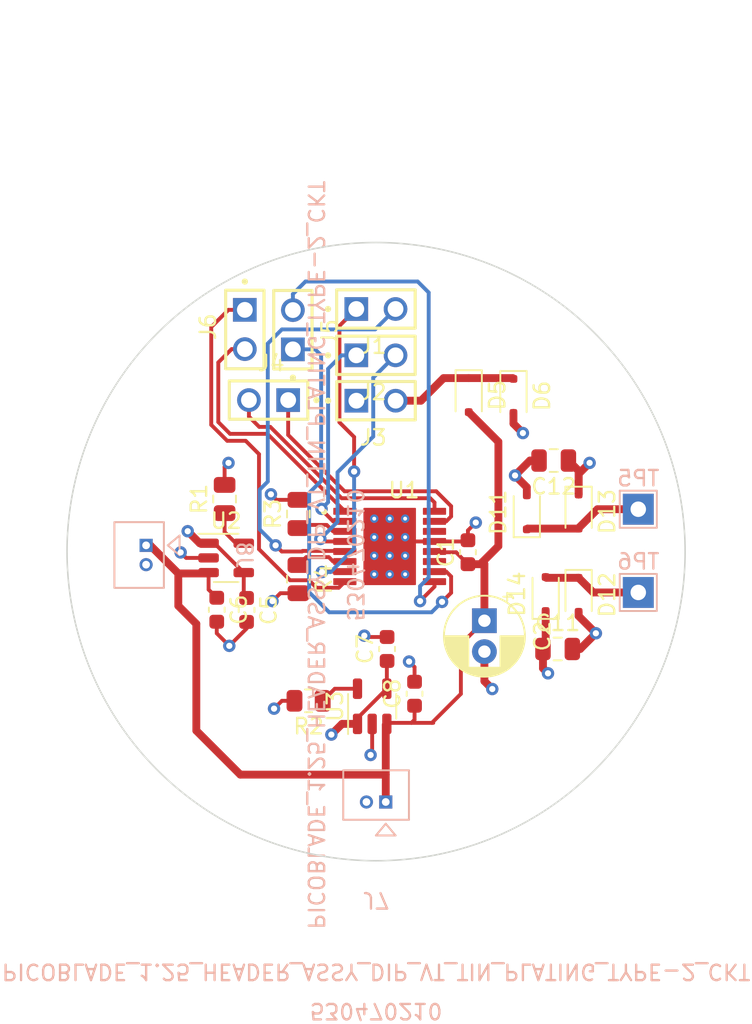
<source format=kicad_pcb>
(kicad_pcb (version 20221018) (generator pcbnew)
  (layers (0 "F.Cu" signal) (1 "In1.Cu" signal) (2 "In2.Cu" signal) (31 "B.Cu" signal) (34 "B.Paste" user) (35 "F.Paste" user) (36 "B.SilkS" user "B.Silkscreen") (37 "F.SilkS" user "F.Silkscreen") (38 "B.Mask" user) (39 "F.Mask" user) (44 "Edge.Cuts" user))
  (net 0 "")
  (net 1 "GND")
  (net 2 "+BATT")
  (net 3 "MOTOR1_AIN2")
  (net 4 "MOTOR1_AIN1")
  (net 5 "MOTOR2_BIN2")
  (net 6 "MOTOR2_BIN1")
  (net 9 "VCC")
  (net 10 "Net-(D11-K)")
  (net 11 "Net-(D12-K)")
  (net 12 "Net-(U1-BOUT1)")
  (net 13 "Net-(U1-BOUT2)")
  (net 14 "Net-(U1-AOUT1)")
  (net 15 "Net-(U1-AOUT2)")
  (net 16 "DRV_FAULT")
  (net 17 "DRV_SLEEP")
  (net 18 "VDC")
  (net 19 "Net-(U2-PROG)")
  (net 20 "Net-(U3-PROG)")
  (net 21 "Net-(U1-AISEN)")
  (net 22 "Net-(U1-BISEN)")
  (footprint "Capacitor_THT:CP_Radial_D5.0mm_P2.00mm" (layer "F.Cu") (at 149.2504 80.7212 -90)
    (fp_text reference "C2" (at 1 -3.75 -90) (layer "F.SilkS"))
    (fp_text value "10uF")
    (pad "1" thru_hole rect (at 0 0 270) (size 1.6 1.6) (drill 0.8) (layers "*.Cu" "*.Mask") (net 2 "+BATT"))
    (pad "2" thru_hole circle (at 2 0 270) (size 1.6 1.6) (drill 0.8) (layers "*.Cu" "*.Mask") (net 1 "GND"))
  )
  (footprint "Package_TO_SOT_SMD:SOT-23-5" (layer "F.Cu") (at 132.5372 76.6572)
    (fp_text reference "U2" (at 0 -2.4) (layer "F.SilkS"))
    (fp_text value "MCP73812T-420I-OT")
    (pad "1" smd roundrect (at -1.1375 -0.95) (size 1.325 0.6) (layers "F.Cu" "F.Paste" "F.Mask") (net 9 "VCC"))
    (pad "2" smd roundrect (at -1.1375 0) (size 1.325 0.6) (layers "F.Cu" "F.Paste" "F.Mask") (net 1 "GND"))
    (pad "3" smd roundrect (at -1.1375 0.95) (size 1.325 0.6) (layers "F.Cu" "F.Paste" "F.Mask") (net 2 "+BATT"))
    (pad "4" smd roundrect (at 1.1375 0.95) (size 1.325 0.6) (layers "F.Cu" "F.Paste" "F.Mask") (net 9 "VCC"))
    (pad "5" smd roundrect (at 1.1375 -0.95) (size 1.325 0.6) (layers "F.Cu" "F.Paste" "F.Mask") (net 19 "Net-(U2-PROG)"))
  )
  (footprint "HMTSW-102-X-X-S-X:SAMTEC_HMTSW-102-X-X-S-X" (layer "F.Cu") (at 142.2285 60.5536 180)
    (fp_text reference "J1" (at 0.175 -2.385) (layer "F.SilkS"))
    (fp_text value "HMTSW-102-X-X-S-X")
    (pad "01" thru_hole rect (at 1.27 0 180) (size 1.53 1.53) (drill 1.02) (layers "*.Cu" "*.Mask") (net 12 "Net-(U1-BOUT1)"))
    (pad "02" thru_hole circle (at -1.27 0 180) (size 1.53 1.53) (drill 1.02) (layers "*.Cu" "*.Mask") (net 13 "Net-(U1-BOUT2)"))
  )
  (footprint "Capacitor_SMD:C_0603_1608Metric" (layer "F.Cu") (at 144.7292 85.4456 90)
    (fp_text reference "C8" (at 0 -1.43 90) (layer "F.SilkS"))
    (fp_text value "1uF")
    (pad "1" smd roundrect (at -0.775 0 90) (size 0.9 0.95) (layers "F.Cu" "F.Paste" "F.Mask") (net 2 "+BATT"))
    (pad "2" smd roundrect (at 0.775 0 90) (size 0.9 0.95) (layers "F.Cu" "F.Paste" "F.Mask") (net 1 "GND"))
  )
  (footprint "Capacitor_SMD:C_0603_1608Metric" (layer "F.Cu") (at 131.9276 80.01 -90)
    (fp_text reference "C6" (at 0 -1.43 90) (layer "F.SilkS"))
    (fp_text value "1uF")
    (pad "1" smd roundrect (at -0.775 0 270) (size 0.9 0.95) (layers "F.Cu" "F.Paste" "F.Mask") (net 2 "+BATT"))
    (pad "2" smd roundrect (at 0.775 0 270) (size 0.9 0.95) (layers "F.Cu" "F.Paste" "F.Mask") (net 1 "GND"))
  )
  (footprint "Resistor_SMD:R_0805_2012Metric" (layer "F.Cu") (at 137.2108 78.0288 -90)
    (fp_text reference "R4" (at 0 -1.65 90) (layer "F.SilkS"))
    (fp_text value "2")
    (pad "1" smd roundrect (at -0.9125 0 270) (size 1.025 1.4) (layers "F.Cu" "F.Paste" "F.Mask") (roundrect_rratio 0.243902439) (net 22 "Net-(U1-BISEN)"))
    (pad "2" smd roundrect (at 0.9125 0 270) (size 1.025 1.4) (layers "F.Cu" "F.Paste" "F.Mask") (roundrect_rratio 0.243902439) (net 1 "GND"))
  )
  (footprint "Resistor_SMD:R_0805_2012Metric" (layer "F.Cu") (at 137.2108 73.8143 90)
    (fp_text reference "R3" (at 0 -1.65 90) (layer "F.SilkS"))
    (fp_text value "2")
    (pad "1" smd roundrect (at -0.9125 0 90) (size 1.025 1.4) (layers "F.Cu" "F.Paste" "F.Mask") (roundrect_rratio 0.243902439) (net 21 "Net-(U1-AISEN)"))
    (pad "2" smd roundrect (at 0.9125 0 90) (size 1.025 1.4) (layers "F.Cu" "F.Paste" "F.Mask") (roundrect_rratio 0.243902439) (net 1 "GND"))
  )
  (footprint "HMTSW-102-X-X-S-X:SAMTEC_HMTSW-102-X-X-S-X" (layer "F.Cu") (at 133.7457 61.8789 90)
    (fp_text reference "J6" (at 0.175 -2.385 90) (layer "F.SilkS"))
    (fp_text value "HMTSW-102-X-X-S-X")
    (pad "01" thru_hole rect (at 1.27 0 90) (size 1.53 1.53) (drill 1.02) (layers "*.Cu" "*.Mask") (net 16 "DRV_FAULT"))
    (pad "02" thru_hole circle (at -1.27 0 90) (size 1.53 1.53) (drill 1.02) (layers "*.Cu" "*.Mask") (net 17 "DRV_SLEEP"))
  )
  (footprint "Diode_SMD:D_SOD-323F" (layer "F.Cu") (at 151.13 66.1748 -90)
    (fp_text reference "D6" (at 0 -1.85 90) (layer "F.SilkS"))
    (fp_text value "PMEG6010CEJ")
    (pad "1" smd roundrect (at -1.1 0 270) (size 0.5 0.5) (layers "F.Cu" "F.Paste" "F.Mask") (net 18 "VDC"))
    (pad "2" smd roundrect (at 1.1 0 270) (size 0.5 0.5) (layers "F.Cu" "F.Paste" "F.Mask") (net 9 "VCC"))
  )
  (footprint "Resistor_SMD:R_0805_2012Metric" (layer "F.Cu") (at 132.4356 72.8472 90)
    (fp_text reference "R1" (at 0 -1.65 90) (layer "F.SilkS"))
    (fp_text value "2k")
    (pad "1" smd roundrect (at -0.9125 0 90) (size 1.025 1.4) (layers "F.Cu" "F.Paste" "F.Mask") (roundrect_rratio 0.243902) (net 19 "Net-(U2-PROG)"))
    (pad "2" smd roundrect (at 0.9125 0 90) (size 1.025 1.4) (layers "F.Cu" "F.Paste" "F.Mask") (roundrect_rratio 0.243902) (net 1 "GND"))
  )
  (footprint "Capacitor_SMD:C_0603_1608Metric" (layer "F.Cu") (at 142.9512 82.55 90)
    (fp_text reference "C7" (at 0 -1.43 90) (layer "F.SilkS"))
    (fp_text value "1uF")
    (pad "1" smd roundrect (at -0.775 0 90) (size 0.9 0.95) (layers "F.Cu" "F.Paste" "F.Mask") (net 9 "VCC"))
    (pad "2" smd roundrect (at 0.775 0 90) (size 0.9 0.95) (layers "F.Cu" "F.Paste" "F.Mask") (net 1 "GND"))
  )
  (footprint "DRV8410PWPR:IC_DRV8410PWPR" (layer "F.Cu") (at 143.1196 75.9172)
    (fp_text reference "U1" (at 0.925 -3.635) (layer "F.SilkS"))
    (fp_text value "DRV8410PWPR")
    (pad "1" smd roundrect (at -2.9 -2.275) (size 1.5 0.45) (layers "F.Cu" "F.Paste") (roundrect_rratio 0.1) (net 17 "DRV_SLEEP"))
    (pad "2" smd roundrect (at -2.9 -1.625) (size 1.5 0.45) (layers "F.Cu" "F.Paste") (roundrect_rratio 0.1) (net 14 "Net-(U1-AOUT1)"))
    (pad "3" smd roundrect (at -2.9 -0.975) (size 1.5 0.45) (layers "F.Cu" "F.Paste") (roundrect_rratio 0.1) (net 21 "Net-(U1-AISEN)"))
    (pad "4" smd roundrect (at -2.9 -0.325) (size 1.5 0.45) (layers "F.Cu" "F.Paste") (roundrect_rratio 0.1) (net 15 "Net-(U1-AOUT2)"))
    (pad "5" smd roundrect (at -2.9 0.325) (size 1.5 0.45) (layers "F.Cu" "F.Paste") (roundrect_rratio 0.1) (net 13 "Net-(U1-BOUT2)"))
    (pad "6" smd roundrect (at -2.9 0.975) (size 1.5 0.45) (layers "F.Cu" "F.Paste") (roundrect_rratio 0.1) (net 22 "Net-(U1-BISEN)"))
    (pad "7" smd roundrect (at -2.9 1.625) (size 1.5 0.45) (layers "F.Cu" "F.Paste") (roundrect_rratio 0.1) (net 12 "Net-(U1-BOUT1)"))
    (pad "8" smd roundrect (at -2.9 2.275) (size 1.5 0.45) (layers "F.Cu" "F.Paste") (roundrect_rratio 0.1) (net 16 "DRV_FAULT"))
    (pad "9" smd roundrect (at 2.9 2.275) (size 1.5 0.45) (layers "F.Cu" "F.Paste") (roundrect_rratio 0.1) (net 6 "MOTOR2_BIN1"))
    (pad "10" smd roundrect (at 2.9 1.625) (size 1.5 0.45) (layers "F.Cu" "F.Paste") (roundrect_rratio 0.1) (net 5 "MOTOR2_BIN2"))
    (pad "11" smd roundrect (at 2.9 0.975) (size 1.5 0.45) (layers "F.Cu" "F.Paste") (roundrect_rratio 0.1))
    (pad "12" smd roundrect (at 2.9 0.325) (size 1.5 0.45) (layers "F.Cu" "F.Paste") (roundrect_rratio 0.1) (net 2 "+BATT"))
    (pad "13" smd roundrect (at 2.9 -0.325) (size 1.5 0.45) (layers "F.Cu" "F.Paste") (roundrect_rratio 0.1) (net 1 "GND"))
    (pad "14" smd roundrect (at 2.9 -0.975) (size 1.5 0.45) (layers "F.Cu" "F.Paste") (roundrect_rratio 0.1))
    (pad "15" smd roundrect (at 2.9 -1.625) (size 1.5 0.45) (layers "F.Cu" "F.Paste") (roundrect_rratio 0.1) (net 3 "MOTOR1_AIN2"))
    (pad "16" smd roundrect (at 2.9 -2.275) (size 1.5 0.45) (layers "F.Cu" "F.Paste") (roundrect_rratio 0.1) (net 4 "MOTOR1_AIN1"))
    (pad "17" smd roundrect (at 0 0) (size 3.4 5) (layers "F.Cu") (roundrect_rratio 0.015) (net 1 "GND"))
    (pad "18_1" thru_hole circle (at -1 -1.8) (size 0.55 0.55) (drill 0.25) (layers "*.Cu"))
    (pad "18_2" thru_hole circle (at -1 -0.6) (size 0.55 0.55) (drill 0.25) (layers "*.Cu"))
    (pad "18_3" thru_hole circle (at -1 0.6) (size 0.55 0.55) (drill 0.25) (layers "*.Cu"))
    (pad "18_4" thru_hole circle (at -1 1.8) (size 0.55 0.55) (drill 0.25) (layers "*.Cu"))
    (pad "18_5" thru_hole circle (at 0 -1.8) (size 0.55 0.55) (drill 0.25) (layers "*.Cu"))
    (pad "18_6" thru_hole circle (at 0 -0.6) (size 0.55 0.55) (drill 0.25) (layers "*.Cu"))
    (pad "18_7" thru_hole circle (at 0 0.6) (size 0.55 0.55) (drill 0.25) (layers "*.Cu"))
    (pad "18_8" thru_hole circle (at 0 1.8) (size 0.55 0.55) (drill 0.25) (layers "*.Cu"))
    (pad "18_9" thru_hole circle (at 1 -1.8) (size 0.55 0.55) (drill 0.25) (layers "*.Cu"))
    (pad "18_10" thru_hole circle (at 1 -0.6) (size 0.55 0.55) (drill 0.25) (layers "*.Cu"))
    (pad "18_11" thru_hole circle (at 1 0.6) (size 0.55 0.55) (drill 0.25) (layers "*.Cu"))
    (pad "18_12" thru_hole circle (at 1 1.8) (size 0.55 0.55) (drill 0.25) (layers "*.Cu"))
  )
  (footprint "Diode_SMD:D_SOD-323F" (layer "F.Cu") (at 153.2128 78.994 90)
    (fp_text reference "D14" (at 0 -1.85 90) (layer "F.SilkS"))
    (fp_text value "PMEG6010CEJ")
    (pad "1" smd roundrect (at -1.1 0 90) (size 0.5 0.5) (layers "F.Cu" "F.Paste" "F.Mask") (net 9 "VCC"))
    (pad "2" smd roundrect (at 1.1 0 90) (size 0.5 0.5) (layers "F.Cu" "F.Paste" "F.Mask") (net 11 "Net-(D12-K)"))
  )
  (footprint "Package_TO_SOT_SMD:SOT-23-5" (layer "F.Cu") (at 141.986 86.2584 90)
    (fp_text reference "U3" (at 0 -2.4 90) (layer "F.SilkS"))
    (fp_text value "MCP73812T-420I-OT")
    (pad "1" smd roundrect (at -1.1375 -0.95 90) (size 1.325 0.6) (layers "F.Cu" "F.Paste" "F.Mask") (net 9 "VCC"))
    (pad "2" smd roundrect (at -1.1375 0 90) (size 1.325 0.6) (layers "F.Cu" "F.Paste" "F.Mask") (net 1 "GND"))
    (pad "3" smd roundrect (at -1.1375 0.95 90) (size 1.325 0.6) (layers "F.Cu" "F.Paste" "F.Mask") (net 2 "+BATT"))
    (pad "4" smd roundrect (at 1.1375 0.95 90) (size 1.325 0.6) (layers "F.Cu" "F.Paste" "F.Mask") (net 9 "VCC"))
    (pad "5" smd roundrect (at 1.1375 -0.95 90) (size 1.325 0.6) (layers "F.Cu" "F.Paste" "F.Mask") (net 20 "Net-(U3-PROG)"))
  )
  (footprint "Diode_SMD:D_SOD-323F" (layer "F.Cu") (at 148.2344 66.124 -90)
    (fp_text reference "D5" (at 0 -1.85 90) (layer "F.SilkS"))
    (fp_text value "PMEG6010CEJ")
    (pad "1" smd roundrect (at -1.1 0 270) (size 0.5 0.5) (layers "F.Cu" "F.Paste" "F.Mask") (net 18 "VDC"))
    (pad "2" smd roundrect (at 1.1 0 270) (size 0.5 0.5) (layers "F.Cu" "F.Paste" "F.Mask") (net 2 "+BATT"))
  )
  (footprint "Diode_SMD:D_SOD-323F" (layer "F.Cu") (at 151.9936 73.7108 90)
    (fp_text reference "D11" (at 0 -1.85 90) (layer "F.SilkS"))
    (fp_text value "PMEG6010CEJ")
    (pad "1" smd roundrect (at -1.1 0 90) (size 0.5 0.5) (layers "F.Cu" "F.Paste" "F.Mask") (net 10 "Net-(D11-K)"))
    (pad "2" smd roundrect (at 1.1 0 90) (size 0.5 0.5) (layers "F.Cu" "F.Paste" "F.Mask") (net 1 "GND"))
  )
  (footprint "HMTSW-102-X-X-S-X:SAMTEC_HMTSW-102-X-X-S-X" (layer "F.Cu") (at 135.2804 66.4464)
    (fp_text reference "J4" (at 0.175 -2.385) (layer "F.SilkS"))
    (fp_text value "HMTSW-102-X-X-S-X")
    (pad "01" thru_hole rect (at 1.27 0) (size 1.53 1.53) (drill 1.02) (layers "*.Cu" "*.Mask") (net 3 "MOTOR1_AIN2"))
    (pad "02" thru_hole circle (at -1.27 0) (size 1.53 1.53) (drill 1.02) (layers "*.Cu" "*.Mask") (net 4 "MOTOR1_AIN1"))
  )
  (footprint "Capacitor_SMD:C_0805_2012Metric" (layer "F.Cu") (at 153.736 70.358 180)
    (fp_text reference "C12" (at 0 -1.68) (layer "F.SilkS"))
    (fp_text value "10uF")
    (pad "1" smd roundrect (at -0.95 0 180) (size 1 1.45) (layers "F.Cu" "F.Paste" "F.Mask") (net 9 "VCC"))
    (pad "2" smd roundrect (at 0.95 0 180) (size 1 1.45) (layers "F.Cu" "F.Paste" "F.Mask") (net 1 "GND"))
  )
  (footprint "Capacitor_SMD:C_0603_1608Metric" (layer "F.Cu") (at 133.858 80.023 -90)
    (fp_text reference "C5" (at 0 -1.43 -90) (layer "F.SilkS"))
    (fp_text value "1uF")
    (pad "1" smd roundrect (at -0.775 0 270) (size 0.9 0.95) (layers "F.Cu" "F.Paste" "F.Mask") (net 9 "VCC"))
    (pad "2" smd roundrect (at 0.775 0 270) (size 0.9 0.95) (layers "F.Cu" "F.Paste" "F.Mask") (net 1 "GND"))
  )
  (footprint "Capacitor_SMD:C_0805_2012Metric" (layer "F.Cu") (at 153.99 82.55)
    (fp_text reference "C11" (at 0 -1.68) (layer "F.SilkS"))
    (fp_text value "6nF")
    (pad "1" smd roundrect (at -0.95 0) (size 1 1.45) (layers "F.Cu" "F.Paste" "F.Mask") (net 9 "VCC"))
    (pad "2" smd roundrect (at 0.95 0) (size 1 1.45) (layers "F.Cu" "F.Paste" "F.Mask") (net 1 "GND"))
  )
  (footprint "Diode_SMD:D_SOD-323F" (layer "F.Cu") (at 155.3464 79.0448 -90)
    (fp_text reference "D12" (at 0 -1.85 90) (layer "F.SilkS"))
    (fp_text value "PMEG6010CEJ")
    (pad "1" smd roundrect (at -1.1 0 270) (size 0.5 0.5) (layers "F.Cu" "F.Paste" "F.Mask") (net 11 "Net-(D12-K)"))
    (pad "2" smd roundrect (at 1.1 0 270) (size 0.5 0.5) (layers "F.Cu" "F.Paste" "F.Mask") (net 1 "GND"))
  )
  (footprint "Diode_SMD:D_SOD-323F" (layer "F.Cu") (at 155.3464 73.66 -90)
    (fp_text reference "D13" (at 0 -1.85 90) (layer "F.SilkS"))
    (fp_text value "PMEG6010CEJ")
    (pad "1" smd roundrect (at -1.1 0 270) (size 0.5 0.5) (layers "F.Cu" "F.Paste" "F.Mask") (net 9 "VCC"))
    (pad "2" smd roundrect (at 1.1 0 270) (size 0.5 0.5) (layers "F.Cu" "F.Paste" "F.Mask") (net 10 "Net-(D11-K)"))
  )
  (footprint "Capacitor_SMD:C_0603_1608Metric" (layer "F.Cu") (at 148.1836 76.2886 90)
    (fp_text reference "C1" (at 0 -1.43 90) (layer "F.SilkS"))
    (fp_text value "100nF")
    (pad "1" smd roundrect (at -0.775 0 90) (size 0.9 0.95) (layers "F.Cu" "F.Paste" "F.Mask") (net 2 "+BATT"))
    (pad "2" smd roundrect (at 0.775 0 90) (size 0.9 0.95) (layers "F.Cu" "F.Paste" "F.Mask") (net 1 "GND"))
  )
  (footprint "HMTSW-102-X-X-S-X:SAMTEC_HMTSW-102-X-X-S-X" (layer "F.Cu") (at 142.2285 63.5508 180)
    (fp_text reference "J2" (at 0.175 -2.385) (layer "F.SilkS"))
    (fp_text value "HMTSW-102-X-X-S-X")
    (pad "01" thru_hole rect (at 1.27 0 180) (size 1.53 1.53) (drill 1.02) (layers "*.Cu" "*.Mask") (net 14 "Net-(U1-AOUT1)"))
    (pad "02" thru_hole circle (at -1.27 0 180) (size 1.53 1.53) (drill 1.02) (layers "*.Cu" "*.Mask") (net 15 "Net-(U1-AOUT2)"))
  )
  (footprint "Resistor_SMD:R_0805_2012Metric" (layer "F.Cu") (at 137.8712 85.9028 180)
    (fp_text reference "R2" (at 0 -1.65) (layer "F.SilkS"))
    (fp_text value "2k")
    (pad "1" smd roundrect (at -0.9125 0 180) (size 1.025 1.4) (layers "F.Cu" "F.Paste" "F.Mask") (roundrect_rratio 0.243902) (net 20 "Net-(U3-PROG)"))
    (pad "2" smd roundrect (at 0.9125 0 180) (size 1.025 1.4) (layers "F.Cu" "F.Paste" "F.Mask") (roundrect_rratio 0.243902) (net 1 "GND"))
  )
  (footprint "HMTSW-102-X-X-S-X:SAMTEC_HMTSW-102-X-X-S-X" (layer "F.Cu") (at 142.2357 66.4864 180)
    (fp_text reference "J3" (at 0.175 -2.385) (layer "F.SilkS"))
    (fp_text value "HMTSW-102-X-X-S-X")
    (pad "01" thru_hole rect (at 1.27 0 180) (size 1.53 1.53) (drill 1.02) (layers "*.Cu" "*.Mask") (net 1 "GND"))
    (pad "02" thru_hole circle (at -1.27 0 180) (size 1.53 1.53) (drill 1.02) (layers "*.Cu" "*.Mask") (net 18 "VDC"))
  )
  (footprint "HMTSW-102-X-X-S-X:SAMTEC_HMTSW-102-X-X-S-X" (layer "F.Cu") (at 136.8557 61.8939 -90)
    (fp_text reference "J5" (at 0.175 -2.385 90) (layer "F.SilkS"))
    (fp_text value "HMTSW-102-X-X-S-X")
    (pad "01" thru_hole rect (at 1.27 0 270) (size 1.53 1.53) (drill 1.02) (layers "*.Cu" "*.Mask") (net 5 "MOTOR2_BIN2"))
    (pad "02" thru_hole circle (at -1.27 0 270) (size 1.53 1.53) (drill 1.02) (layers "*.Cu" "*.Mask") (net 6 "MOTOR2_BIN1"))
  )
  (footprint "53047-0210:CON_530470210_MOL" (layer "B.Cu") (at 127.3556 75.8444 90)
    (fp_text reference "J8" (at -0.624999 6.35 270 unlocked) (layer "B.SilkS") (effects (justify mirror)))
    (fp_text value "530470210")
    (fp_text user "PICOBLADE_1.25_HEADER_ASSY_DIP_VT_TIN_PLATING_TYPE-2_CKT" (at -0.624999 10.98 270 unlocked) (layer "B.SilkS") (effects (justify mirror)))
    (fp_text user "530470210" (at -0.624999 13.520001 270 unlocked) (layer "B.SilkS") (effects (justify mirror)))
    (pad "1" thru_hole rect (at 0 0 90) (size 0.85 0.85) (drill 0.5) (layers "*.Cu" "*.Mask") (net 2 "+BATT"))
    (pad "2" thru_hole circle (at -1.25 0 90) (size 0.85 0.85) (drill 0.5) (layers "*.Cu" "*.Mask") (net 1 "GND"))
  )
  (footprint "TestPoint:TestPoint_THTPad_2.0x2.0mm_Drill1.0mm" (layer "B.Cu") (at 159.2072 78.8924 180)
    (fp_text reference "TP6" (at 0 1.998) (layer "B.SilkS") (effects (justify mirror)))
    (fp_text value "COIL2")
    (pad "1" thru_hole rect (at 0 0 180) (size 2 2) (drill 1) (layers "*.Cu" "*.Mask") (net 11 "Net-(D12-K)"))
  )
  (footprint "53047-0210:CON_530470210_MOL" (layer "B.Cu") (at 142.864999 92.4488)
    (fp_text reference "J7" (at -0.624999 6.35 180 unlocked) (layer "B.SilkS") (effects (justify mirror)))
    (fp_text value "530470210")
    (fp_text user "530470210" (at -0.624999 13.520001 180 unlocked) (layer "B.SilkS") (effects (justify mirror)))
    (fp_text user "PICOBLADE_1.25_HEADER_ASSY_DIP_VT_TIN_PLATING_TYPE-2_CKT" (at -0.624999 10.98 180 unlocked) (layer "B.SilkS") (effects (justify mirror)))
    (pad "1" thru_hole rect (at 0 0) (size 0.85 0.85) (drill 0.5) (layers "*.Cu" "*.Mask") (net 2 "+BATT"))
    (pad "2" thru_hole circle (at -1.25 0) (size 0.85 0.85) (drill 0.5) (layers "*.Cu" "*.Mask") (net 1 "GND"))
  )
  (footprint "TestPoint:TestPoint_THTPad_2.0x2.0mm_Drill1.0mm" (layer "B.Cu") (at 159.2072 73.5076 180)
    (fp_text reference "TP5" (at 0 1.998) (layer "B.SilkS") (effects (justify mirror)))
    (fp_text value "COIL1")
    (pad "1" thru_hole rect (at 0 0 180) (size 2 2) (drill 1) (layers "*.Cu" "*.Mask") (net 10 "Net-(D11-K)"))
  )
  (gr_circle (center 142.238565 76.2508) (end 162.238565 76.2508) (stroke (width 0.1)) (fill none) (layer "Edge.Cuts"))
  (segment (start 129.5908 76.3016) (end 129.9464 76.6572) (width 0.25) (layer "F.Cu") (net 1))
  (segment (start 129.9464 76.6572) (end 131.3997 76.6572) (width 0.25) (layer "F.Cu") (net 1))
  (segment (start 152.1968 70.358) (end 151.2316 71.3232) (width 0.508) (layer "F.Cu") (net 1))
  (segment (start 155.448 82.55) (end 156.464 81.534) (width 0.508) (layer "F.Cu") (net 1))
  (segment (start 133.858 80.798) (end 133.858 81.2292) (width 0.25) (layer "F.Cu") (net 1))
  (segment (start 151.9936 72.0852) (end 151.2316 71.3232) (width 0.508) (layer "F.Cu") (net 1))
  (segment (start 144.622418 75.5922) (end 144.297418 75.9172) (width 0.25) (layer "F.Cu") (net 1))
  (segment (start 148.1836 74.8792) (end 148.6916 74.3712) (width 0.25) (layer "F.Cu") (net 1))
  (segment (start 152.786 70.358) (end 152.1968 70.358) (width 0.508) (layer "F.Cu") (net 1))
  (segment (start 141.5666 81.775) (end 141.478 81.6864) (width 0.25) (layer "F.Cu") (net 1))
  (segment (start 141.986 87.3959) (end 141.986 89.3064) (width 0.25) (layer "F.Cu") (net 1))
  (segment (start 137.2108 72.9018) (end 135.7922 72.9018) (width 0.25) (layer "F.Cu") (net 1))
  (segment (start 144.191351 75.9172) (end 143.1196 75.9172) (width 0.25) (layer "F.Cu") (net 1))
  (segment (start 149.2504 82.7212) (end 149.2504 84.6328) (width 0.508) (layer "F.Cu") (net 1))
  (segment (start 148.1836 75.5136) (end 148.1836 74.8792) (width 0.25) (layer "F.Cu") (net 1))
  (segment (start 144.516351 75.5922) (end 144.191351 75.9172) (width 0.25) (layer "F.Cu") (net 1))
  (segment (start 149.2504 84.6328) (end 149.7584 85.1408) (width 0.508) (layer "F.Cu") (net 1))
  (segment (start 132.4356 70.7644) (end 132.6896 70.5104) (width 0.25) (layer "F.Cu") (net 1))
  (segment (start 131.9276 80.785) (end 131.9276 81.534) (width 0.25) (layer "F.Cu") (net 1))
  (segment (start 148.105 75.5922) (end 148.1836 75.5136) (width 0.25) (layer "F.Cu") (net 1))
  (segment (start 135.7922 72.9018) (end 135.4328 72.5424) (width 0.25) (layer "F.Cu") (net 1))
  (segment (start 136.0443 78.9413) (end 135.5344 79.4512) (width 0.25) (layer "F.Cu") (net 1))
  (segment (start 142.9512 81.775) (end 141.5666 81.775) (width 0.25) (layer "F.Cu") (net 1))
  (segment (start 146.0196 75.5922) (end 144.622418 75.5922) (width 0.25) (layer "F.Cu") (net 1))
  (segment (start 141.986 89.3064) (end 141.8844 89.408) (width 0.25) (layer "F.Cu") (net 1))
  (segment (start 137.2108 78.9413) (end 136.0443 78.9413) (width 0.25) (layer "F.Cu") (net 1))
  (segment (start 133.858 81.2292) (end 132.7404 82.3468) (width 0.25) (layer "F.Cu") (net 1))
  (segment (start 155.3464 80.1448) (end 155.3464 80.4164) (width 0.508) (layer "F.Cu") (net 1))
  (segment (start 155.3464 80.4164) (end 156.464 81.534) (width 0.508) (layer "F.Cu") (net 1))
  (segment (start 151.9936 72.6108) (end 151.9936 72.0852) (width 0.508) (layer "F.Cu") (net 1))
  (segment (start 146.0196 75.5922) (end 148.105 75.5922) (width 0.25) (layer "F.Cu") (net 1))
  (segment (start 144.7292 83.7184) (end 144.3736 83.3628) (width 0.25) (layer "F.Cu") (net 1))
  (segment (start 154.94 82.55) (end 155.448 82.55) (width 0.508) (layer "F.Cu") (net 1))
  (segment (start 144.297418 75.9172) (end 143.1196 75.9172) (width 0.25) (layer "F.Cu") (net 1))
  (segment (start 136.9587 85.9028) (end 136.144 85.9028) (width 0.25) (layer "F.Cu") (net 1))
  (segment (start 136.144 85.9028) (end 135.636 86.4108) (width 0.25) (layer "F.Cu") (net 1))
  (segment (start 131.9276 81.534) (end 132.7404 82.3468) (width 0.25) (layer "F.Cu") (net 1))
  (segment (start 144.7292 84.6706) (end 144.7292 83.7184) (width 0.25) (layer "F.Cu") (net 1))
  (segment (start 132.4356 71.9347) (end 132.4356 70.7644) (width 0.25) (layer "F.Cu") (net 1))
  (via (at 148.6916 74.3712) (size 0.8) (drill 0.4) (layers "F.Cu" "B.Cu") (net 1))
  (via (at 149.7584 85.1408) (size 0.8) (drill 0.4) (layers "F.Cu" "B.Cu") (net 1))
  (via (at 151.2316 71.3232) (size 0.8) (drill 0.4) (layers "F.Cu" "B.Cu") (net 1))
  (via (at 144.3736 83.3628) (size 0.8) (drill 0.4) (layers "F.Cu" "B.Cu") (net 1))
  (via (at 135.636 86.4108) (size 0.8) (drill 0.4) (layers "F.Cu" "B.Cu") (net 1))
  (via (at 141.8844 89.408) (size 0.8) (drill 0.4) (layers "F.Cu" "B.Cu") (net 1))
  (via (at 141.478 81.6864) (size 0.8) (drill 0.4) (layers "F.Cu" "B.Cu") (net 1))
  (via (at 132.7404 82.3468) (size 0.8) (drill 0.4) (layers "F.Cu" "B.Cu") (net 1))
  (via (at 132.6896 70.5104) (size 0.8) (drill 0.4) (layers "F.Cu" "B.Cu") (net 1))
  (via (at 156.464 81.534) (size 0.8) (drill 0.4) (layers "F.Cu" "B.Cu") (net 1))
  (via (at 129.5908 76.3016) (size 0.8) (drill 0.4) (layers "F.Cu" "B.Cu") (net 1))
  (via (at 135.5344 79.4512) (size 0.8) (drill 0.4) (layers "F.Cu" "B.Cu") (net 1))
  (via (at 135.4328 72.5424) (size 0.8) (drill 0.4) (layers "F.Cu" "B.Cu") (net 1))
  (segment (start 130.6068 80.9244) (end 130.6068 87.8332) (width 0.508) (layer "F.Cu") (net 2))
  (segment (start 148.984939 77.0636) (end 148.1836 77.0636) (width 0.508) (layer "F.Cu") (net 2))
  (segment (start 148.2344 67.224) (end 150.1552 69.1448) (width 0.508) (layer "F.Cu") (net 2))
  (segment (start 131.3433 77.6636) (end 131.3997 77.6072) (width 0.508) (layer "F.Cu") (net 2))
  (segment (start 129.440261 77.6636) (end 129.440261 79.757861) (width 0.508) (layer "F.Cu") (net 2))
  (segment (start 144.526 87.3298) (end 143.0021 87.3298) (width 0.25) (layer "F.Cu") (net 2))
  (segment (start 142.864999 90.678) (end 142.864999 87.466901) (width 0.508) (layer "F.Cu") (net 2))
  (segment (start 127.3556 75.8444) (end 127.621061 75.8444) (width 0.508) (layer "F.Cu") (net 2))
  (segment (start 147.7264 82.2452) (end 149.2504 80.7212) (width 0.25) (layer "F.Cu") (net 2))
  (segment (start 144.526 87.3298) (end 145.851505 87.3298) (width 0.25) (layer "F.Cu") (net 2))
  (segment (start 149.2504 80.7212) (end 149.2504 77.058261) (width 0.508) (layer "F.Cu") (net 2))
  (segment (start 131.3997 77.6072) (end 131.4468 77.6543) (width 0.508) (layer "F.Cu") (net 2))
  (segment (start 142.864999 87.466901) (end 142.936 87.3959) (width 0.508) (layer "F.Cu") (net 2))
  (segment (start 143.0021 87.3298) (end 142.936 87.3959) (width 0.25) (layer "F.Cu") (net 2))
  (segment (start 147.7264 85.454905) (end 147.7264 82.2452) (width 0.25) (layer "F.Cu") (net 2))
  (segment (start 150.1552 75.893339) (end 149.120339 76.9282) (width 0.508) (layer "F.Cu") (net 2))
  (segment (start 147.4216 76.2928) (end 146.0702 76.2928) (width 0.25) (layer "F.Cu") (net 2))
  (segment (start 144.7292 87.1266) (end 144.526 87.3298) (width 0.25) (layer "F.Cu") (net 2))
  (segment (start 129.440261 77.6636) (end 131.3433 77.6636) (width 0.508) (layer "F.Cu") (net 2))
  (segment (start 131.4908 77.6983) (end 131.3997 77.6072) (width 0.25) (layer "F.Cu") (net 2))
  (segment (start 127.621061 75.8444) (end 129.440261 77.6636) (width 0.508) (layer "F.Cu") (net 2))
  (segment (start 145.851505 87.3298) (end 147.7264 85.454905) (width 0.25) (layer "F.Cu") (net 2))
  (segment (start 147.4216 76.3016) (end 148.1836 77.0636) (width 0.25) (layer "F.Cu") (net 2))
  (segment (start 149.2504 77.058261) (end 149.120339 76.9282) (width 0.508) (layer "F.Cu") (net 2))
  (segment (start 131.3997 77.6072) (end 131.3997 78.7071) (width 0.25) (layer "F.Cu") (net 2))
  (segment (start 145.851505 87.3298) (end 145.94 87.3298) (width 0.25) (layer "F.Cu") (net 2))
  (segment (start 131.3997 78.7071) (end 131.9276 79.235) (width 0.25) (layer "F.Cu") (net 2))
  (segment (start 147.4216 76.2928) (end 147.4216 76.3016) (width 0.25) (layer "F.Cu") (net 2))
  (segment (start 142.864999 92.4488) (end 142.864999 90.678) (width 0.508) (layer "F.Cu") (net 2))
  (segment (start 144.7292 86.2206) (end 144.7292 87.1266) (width 0.25) (layer "F.Cu") (net 2))
  (segment (start 129.440261 79.757861) (end 130.6068 80.9244) (width 0.508) (layer "F.Cu") (net 2))
  (segment (start 149.120339 76.9282) (end 148.984939 77.0636) (width 0.508) (layer "F.Cu") (net 2))
  (segment (start 150.1552 69.1448) (end 150.1552 75.893339) (width 0.508) (layer "F.Cu") (net 2))
  (segment (start 133.4516 90.678) (end 142.864999 90.678) (width 0.508) (layer "F.Cu") (net 2))
  (segment (start 130.6068 87.8332) (end 133.4516 90.678) (width 0.508) (layer "F.Cu") (net 2))
  (segment (start 146.0702 76.2928) (end 146.0196 76.2422) (width 0.25) (layer "F.Cu") (net 2))
  (segment (start 147.0946 73.308941) (end 147.0946 73.975459) (width 0.25) (layer "F.Cu") (net 3))
  (segment (start 146.132059 72.3464) (end 147.0946 73.308941) (width 0.25) (layer "F.Cu") (net 3))
  (segment (start 136.5504 68.700208) (end 140.196592 72.3464) (width 0.25) (layer "F.Cu") (net 3))
  (segment (start 146.777859 74.2922) (end 146.0196 74.2922) (width 0.25) (layer "F.Cu") (net 3))
  (segment (start 147.0946 73.975459) (end 146.777859 74.2922) (width 0.25) (layer "F.Cu") (net 3))
  (segment (start 140.196592 72.3464) (end 146.132059 72.3464) (width 0.25) (layer "F.Cu") (net 3))
  (segment (start 136.5504 66.4464) (end 136.5504 68.700208) (width 0.25) (layer "F.Cu") (net 3))
  (segment (start 134.0104 67.5132) (end 134.678 68.1808) (width 0.25) (layer "F.Cu") (net 4))
  (segment (start 134.678 68.1808) (end 135.394596 68.1808) (width 0.25) (layer "F.Cu") (net 4))
  (segment (start 134.0104 66.4464) (end 134.0104 67.5132) (width 0.25) (layer "F.Cu") (net 4))
  (segment (start 135.394596 68.1808) (end 140.010196 72.7964) (width 0.25) (layer "F.Cu") (net 4))
  (segment (start 140.010196 72.7964) (end 145.7452 72.7964) (width 0.25) (layer "F.Cu") (net 4))
  (segment (start 146.0196 73.0708) (end 146.0196 73.6422) (width 0.25) (layer "F.Cu") (net 4))
  (segment (start 145.7452 72.7964) (end 146.0196 73.0708) (width 0.25) (layer "F.Cu") (net 4))
  (segment (start 146.5072 79.502) (end 147.0946 78.9146) (width 0.25) (layer "F.Cu") (net 5))
  (segment (start 146.777859 77.5422) (end 146.0196 77.5422) (width 0.25) (layer "F.Cu") (net 5))
  (segment (start 147.0946 78.9146) (end 147.0946 77.858941) (width 0.25) (layer "F.Cu") (net 5))
  (segment (start 147.0946 77.858941) (end 146.777859 77.5422) (width 0.25) (layer "F.Cu") (net 5))
  (via (at 146.5072 79.502) (size 0.8) (drill 0.4) (layers "F.Cu" "B.Cu") (net 5))
  (segment (start 139.2058 80.1762) (end 145.833 80.1762) (width 0.25) (layer "B.Cu") (net 5))
  (segment (start 138.684 71.6788) (end 137.9082 72.4546) (width 0.25) (layer "B.Cu") (net 5))
  (segment (start 138.2971 63.1639) (end 138.684 63.5508) (width 0.25) (layer "B.Cu") (net 5))
  (segment (start 137.9082 72.4546) (end 137.9082 78.8786) (width 0.25) (layer "B.Cu") (net 5))
  (segment (start 137.9082 78.8786) (end 139.2058 80.1762) (width 0.25) (layer "B.Cu") (net 5))
  (segment (start 145.833 80.1762) (end 146.5072 79.502) (width 0.25) (layer "B.Cu") (net 5))
  (segment (start 136.8557 63.1639) (end 138.2971 63.1639) (width 0.25) (layer "B.Cu") (net 5))
  (segment (start 138.684 63.5508) (end 138.684 71.6788) (width 0.25) (layer "B.Cu") (net 5))
  (segment (start 146.0196 78.1922) (end 146.0196 78.5164) (width 0.25) (layer "F.Cu") (net 6))
  (segment (start 146.0196 78.5164) (end 145.0848 79.4512) (width 0.25) (layer "F.Cu") (net 6))
  (via (at 145.0848 79.4512) (size 0.8) (drill 0.4) (layers "F.Cu" "B.Cu") (net 6))
  (segment (start 136.8557 59.5879) (end 136.8557 60.6239) (width 0.25) (layer "B.Cu") (net 6))
  (segment (start 145.0848 79.4512) (end 145.0848 78.486) (width 0.25) (layer "B.Cu") (net 6))
  (segment (start 145.0848 78.486) (end 145.6436 77.9272) (width 0.25) (layer "B.Cu") (net 6))
  (segment (start 144.9324 58.7756) (end 137.668 58.7756) (width 0.25) (layer "B.Cu") (net 6))
  (segment (start 145.6436 59.4868) (end 144.9324 58.7756) (width 0.25) (layer "B.Cu") (net 6))
  (segment (start 145.6436 77.9272) (end 145.6436 59.4868) (width 0.25) (layer "B.Cu") (net 6))
  (segment (start 137.668 58.7756) (end 136.8557 59.5879) (width 0.25) (layer "B.Cu") (net 6))
  (segment (start 151.13 67.9704) (end 151.7396 68.58) (width 0.508) (layer "F.Cu") (net 9))
  (segment (start 140.0357 87.3959) (end 141.036 87.3959) (width 0.508) (layer "F.Cu") (net 9))
  (segment (start 142.936 85.1209) (end 142.936 83.3402) (width 0.25) (layer "F.Cu") (net 9))
  (segment (start 133.6747 79.0647) (end 133.858 79.248) (width 0.25) (layer "F.Cu") (net 9))
  (segment (start 151.13 67.2748) (end 151.13 67.9704) (width 0.508) (layer "F.Cu") (net 9))
  (segment (start 139.3444 88.0872) (end 140.0357 87.3959) (width 0.508) (layer "F.Cu") (net 9))
  (segment (start 131.3997 75.7072) (end 130.8252 75.7072) (width 0.508) (layer "F.Cu") (net 9))
  (segment (start 155.3464 72.56) (end 155.3464 71.2216) (width 0.508) (layer "F.Cu") (net 9))
  (segment (start 153.04 83.7996) (end 153.3652 84.1248) (width 0.508) (layer "F.Cu") (net 9))
  (segment (start 131.7747 75.7072) (end 131.3997 75.7072) (width 0.25) (layer "F.Cu") (net 9))
  (segment (start 153.2128 80.094) (end 153.2128 82.3772) (width 0.508) (layer "F.Cu") (net 9))
  (segment (start 155.3464 72.56) (end 155.3464 71.0184) (width 0.508) (layer "F.Cu") (net 9))
  (segment (start 155.3464 71.0184) (end 154.686 70.358) (width 0.508) (layer "F.Cu") (net 9))
  (segment (start 141.036 87.0209) (end 141.036 87.3959) (width 0.25) (layer "F.Cu") (net 9))
  (segment (start 153.2128 82.3772) (end 153.04 82.55) (width 0.508) (layer "F.Cu") (net 9))
  (segment (start 133.6747 77.6072) (end 131.7747 75.7072) (width 0.25) (layer "F.Cu") (net 9))
  (segment (start 133.6747 77.6072) (end 133.6747 79.0647) (width 0.25) (layer "F.Cu") (net 9))
  (segment (start 130.8252 75.7072) (end 130.048 74.93) (width 0.508) (layer "F.Cu") (net 9))
  (segment (start 153.04 82.55) (end 153.04 83.7996) (width 0.508) (layer "F.Cu") (net 9))
  (segment (start 155.3464 71.2216) (end 156.0576 70.5104) (width 0.508) (layer "F.Cu") (net 9))
  (segment (start 142.936 85.1209) (end 141.036 87.0209) (width 0.25) (layer "F.Cu") (net 9))
  (segment (start 142.936 83.3402) (end 142.9512 83.325) (width 0.25) (layer "F.Cu") (net 9))
  (via (at 151.7396 68.58) (size 0.8) (drill 0.4) (layers "F.Cu" "B.Cu") (net 9))
  (via (at 139.3444 88.0872) (size 0.8) (drill 0.4) (layers "F.Cu" "B.Cu") (net 9))
  (via (at 130.048 74.93) (size 0.8) (drill 0.4) (layers "F.Cu" "B.Cu") (net 9))
  (via (at 153.3652 84.1248) (size 0.8) (drill 0.4) (layers "F.Cu" "B.Cu") (net 9))
  (via (at 156.0576 70.5104) (size 0.8) (drill 0.4) (layers "F.Cu" "B.Cu") (net 9))
  (segment (start 152.0444 74.76) (end 151.9936 74.8108) (width 0.508) (layer "F.Cu") (net 10))
  (segment (start 156.5656 73.5076) (end 155.3464 74.7268) (width 0.508) (layer "F.Cu") (net 10))
  (segment (start 155.3464 74.7268) (end 155.3464 74.76) (width 0.508) (layer "F.Cu") (net 10))
  (segment (start 155.3464 74.76) (end 152.0444 74.76) (width 0.508) (layer "F.Cu") (net 10))
  (segment (start 159.2072 73.5076) (end 156.5656 73.5076) (width 0.508) (layer "F.Cu") (net 10))
  (segment (start 159.2072 78.8924) (end 156.294 78.8924) (width 0.508) (layer "F.Cu") (net 11))
  (segment (start 155.3464 77.9448) (end 153.2636 77.9448) (width 0.508) (layer "F.Cu") (net 11))
  (segment (start 156.294 78.8924) (end 155.3464 77.9448) (width 0.508) (layer "F.Cu") (net 11))
  (segment (start 153.2636 77.9448) (end 153.2128 77.894) (width 0.508) (layer "F.Cu") (net 11))
  (segment (start 140.8176 71.0692) (end 140.8176 68.834) (width 0.25) (layer "F.Cu") (net 12))
  (segment (start 140.2196 77.5422) (end 138.7642 77.5422) (width 0.25) (layer "F.Cu") (net 12))
  (segment (start 139.8685 61.6436) (end 140.9585 60.5536) (width 0.25) (layer "F.Cu") (net 12))
  (segment (start 138.7642 77.5422) (end 138.7348 77.5716) (width 0.25) (layer "F.Cu") (net 12))
  (segment (start 140.8176 68.834) (end 139.8685 67.8849) (width 0.25) (layer "F.Cu") (net 12))
  (segment (start 139.8685 67.8849) (end 139.8685 61.6436) (width 0.25) (layer "F.Cu") (net 12))
  (via (at 140.8176 71.0692) (size 0.8) (drill 0.4) (layers "F.Cu" "B.Cu") (net 12))
  (via (at 138.7348 77.5716) (size 0.8) (drill 0.4) (layers "F.Cu" "B.Cu") (net 12))
  (segment (start 140.8176 76.0476) (end 139.2936 77.5716) (width 0.25) (layer "B.Cu") (net 12))
  (segment (start 140.8176 71.0692) (end 140.8176 76.0476) (width 0.25) (layer "B.Cu") (net 12))
  (segment (start 139.2936 77.5716) (end 138.7348 77.5716) (width 0.25) (layer "B.Cu") (net 12))
  (segment (start 140.1838 76.2064) (end 140.2196 76.2422) (width 0.25) (layer "F.Cu") (net 13))
  (segment (start 137.448504 76.2422) (end 137.484304 76.2064) (width 0.25) (layer "F.Cu") (net 13))
  (segment (start 136.1354 76.2422) (end 137.448504 76.2422) (width 0.25) (layer "F.Cu") (net 13))
  (segment (start 135.7376 75.8444) (end 136.1354 76.2422) (width 0.25) (layer "F.Cu") (net 13))
  (segment (start 137.484304 76.2064) (end 140.1838 76.2064) (width 0.25) (layer "F.Cu") (net 13))
  (via (at 135.7376 75.8444) (size 0.8) (drill 0.4) (layers "F.Cu" "B.Cu") (net 13))
  (segment (start 134.7078 74.8146) (end 134.7078 72.242095) (width 0.25) (layer "B.Cu") (net 13))
  (segment (start 135.2296 62.7888) (end 136.144 61.8744) (width 0.25) (layer "B.Cu") (net 13))
  (segment (start 136.144 61.8744) (end 142.1777 61.8744) (width 0.25) (layer "B.Cu") (net 13))
  (segment (start 142.1777 61.8744) (end 143.4985 60.5536) (width 0.25) (layer "B.Cu") (net 13))
  (segment (start 135.2296 71.720295) (end 135.2296 62.7888) (width 0.25) (layer "B.Cu") (net 13))
  (segment (start 135.7376 75.8444) (end 134.7078 74.8146) (width 0.25) (layer "B.Cu") (net 13))
  (segment (start 134.7078 72.242095) (end 135.2296 71.720295) (width 0.25) (layer "B.Cu") (net 13))
  (segment (start 138.7094 73.540259) (end 139.461341 74.2922) (width 0.25) (layer "F.Cu") (net 14))
  (segment (start 139.461341 74.2922) (end 140.2196 74.2922) (width 0.25) (layer "F.Cu") (net 14))
  (segment (start 138.7094 73.4822) (end 138.7094 73.540259) (width 0.25) (layer "F.Cu") (net 14))
  (via (at 138.7094 73.4822) (size 0.8) (drill 0.4) (layers "F.Cu" "B.Cu") (net 14))
  (segment (start 139.134 64.4216) (end 140.0048 63.5508) (width 0.25) (layer "B.Cu") (net 14))
  (segment (start 139.134 73.0576) (end 139.134 64.4216) (width 0.25) (layer "B.Cu") (net 14))
  (segment (start 138.7094 73.4822) (end 139.134 73.0576) (width 0.25) (layer "B.Cu") (net 14))
  (segment (start 140.0048 63.5508) (end 140.9585 63.5508) (width 0.25) (layer "B.Cu") (net 14))
  (segment (start 138.793 75.5922) (end 140.2196 75.5922) (width 0.25) (layer "F.Cu") (net 15))
  (segment (start 138.6327 75.4319) (end 138.793 75.5922) (width 0.25) (layer "F.Cu") (net 15))
  (via (at 138.6327 75.4319) (size 0.8) (drill 0.4) (layers "F.Cu" "B.Cu") (net 15))
  (segment (start 143.4985 63.5508) (end 142.0557 64.9936) (width 0.25) (layer "B.Cu") (net 15))
  (segment (start 142.0557 64.9936) (end 142.0557 68.805795) (width 0.25) (layer "B.Cu") (net 15))
  (segment (start 142.0557 68.805795) (end 139.7436 71.117895) (width 0.25) (layer "B.Cu") (net 15))
  (segment (start 139.7436 74.321) (end 138.6327 75.4319) (width 0.25) (layer "B.Cu") (net 15))
  (segment (start 139.7436 71.117895) (end 139.7436 74.321) (width 0.25) (layer "B.Cu") (net 15))
  (segment (start 134.6622 76.093373) (end 134.6622 69.943) (width 0.25) (layer "F.Cu") (net 16))
  (segment (start 131.572 61.722) (end 132.6851 60.6089) (width 0.25) (layer "F.Cu") (net 16))
  (segment (start 138.382773 78.5876) (end 137.898973 78.1038) (width 0.25) (layer "F.Cu") (net 16))
  (segment (start 133.8 69.0808) (end 132.604804 69.0808) (width 0.25) (layer "F.Cu") (net 16))
  (segment (start 134.6622 69.943) (end 133.8 69.0808) (width 0.25) (layer "F.Cu") (net 16))
  (segment (start 132.6851 60.6089) (end 133.7457 60.6089) (width 0.25) (layer "F.Cu") (net 16))
  (segment (start 136.672627 78.1038) (end 134.6622 76.093373) (width 0.25) (layer "F.Cu") (net 16))
  (segment (start 137.898973 78.1038) (end 136.672627 78.1038) (width 0.25) (layer "F.Cu") (net 16))
  (segment (start 132.604804 69.0808) (end 131.572 68.047996) (width 0.25) (layer "F.Cu") (net 16))
  (segment (start 140.2196 78.1922) (end 139.8242 78.5876) (width 0.25) (layer "F.Cu") (net 16))
  (segment (start 139.8242 78.5876) (end 138.382773 78.5876) (width 0.25) (layer "F.Cu") (net 16))
  (segment (start 131.572 68.047996) (end 131.572 61.722) (width 0.25) (layer "F.Cu") (net 16))
  (segment (start 135.2082 68.6308) (end 132.7912 68.6308) (width 0.25) (layer "F.Cu") (net 17))
  (segment (start 132.8883 63.1489) (end 133.7457 63.1489) (width 0.25) (layer "F.Cu") (net 17))
  (segment (start 132.0292 64.008) (end 132.8883 63.1489) (width 0.25) (layer "F.Cu") (net 17))
  (segment (start 132.7912 68.6308) (end 132.0292 67.8688) (width 0.25) (layer "F.Cu") (net 17))
  (segment (start 140.2196 73.6422) (end 135.2082 68.6308) (width 0.25) (layer "F.Cu") (net 17))
  (segment (start 132.0292 67.8688) (end 132.0292 64.008) (width 0.25) (layer "F.Cu") (net 17))
  (segment (start 148.2344 65.024) (end 151.0792 65.024) (width 0.508) (layer "F.Cu") (net 18))
  (segment (start 151.0792 65.024) (end 151.13 65.0748) (width 0.508) (layer "F.Cu") (net 18))
  (segment (start 143.5057 66.4864) (end 145.1464 66.4864) (width 0.508) (layer "F.Cu") (net 18))
  (segment (start 146.6088 65.024) (end 148.2344 65.024) (width 0.508) (layer "F.Cu") (net 18))
  (segment (start 145.1464 66.4864) (end 146.6088 65.024) (width 0.508) (layer "F.Cu") (net 18))
  (segment (start 133.6747 75.7072) (end 133.162 75.7072) (width 0.25) (layer "F.Cu") (net 19))
  (segment (start 133.162 75.7072) (end 132.4356 74.9808) (width 0.25) (layer "F.Cu") (net 19))
  (segment (start 132.4356 74.9808) (end 132.4356 73.7597) (width 0.25) (layer "F.Cu") (net 19))
  (segment (start 139.5656 85.1209) (end 138.7837 85.9028) (width 0.25) (layer "F.Cu") (net 20))
  (segment (start 141.036 85.1209) (end 139.5656 85.1209) (width 0.25) (layer "F.Cu") (net 20))
  (segment (start 139.461341 74.9422) (end 140.2196 74.9422) (width 0.25) (layer "F.Cu") (net 21))
  (segment (start 137.2108 74.7268) (end 137.414 74.5236) (width 0.25) (layer "F.Cu") (net 21))
  (segment (start 137.414 74.5236) (end 139.042741 74.5236) (width 0.25) (layer "F.Cu") (net 21))
  (segment (start 139.042741 74.5236) (end 139.461341 74.9422) (width 0.25) (layer "F.Cu") (net 21))
  (segment (start 137.7207 76.6064) (end 139.175542 76.6064) (width 0.25) (layer "F.Cu") (net 22))
  (segment (start 137.2108 77.1163) (end 137.7207 76.6064) (width 0.25) (layer "F.Cu") (net 22))
  (segment (start 139.461342 76.8922) (end 140.2196 76.8922) (width 0.25) (layer "F.Cu") (net 22))
  (segment (start 139.175542 76.6064) (end 139.461342 76.8922) (width 0.25) (layer "F.Cu") (net 22))
)
</source>
